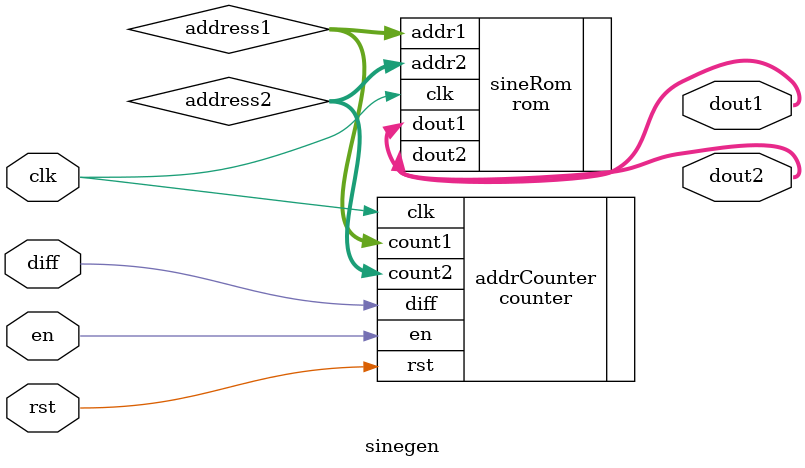
<source format=sv>
module sinegen #(
    parameter   A_WIDTH = 8,
                D_WIDTH = 8
)(
    //interface signals
    input logic clk,
    input logic rst,
    input logic en,
    input logic diff,
    output logic [D_WIDTH-1:0] dout1,
    output logic [D_WIDTH-1:0] dout2
    
);

    logic [A_WIDTH-1:0] address1; //interconnect wire
    logic [A_WIDTH-1:0] address2; // interconnect wire

counter addrCounter(
    .clk (clk),
    .rst (rst),
    .en (en),
    .diff (diff),
    .count1 (address1),
    .count2 (address2)
);

rom sineRom (
    .clk (clk),
    .addr1 (address1),
    .addr2 (address2),
    .dout1 (dout1),
    .dout2 (dout2)
);
endmodule

</source>
